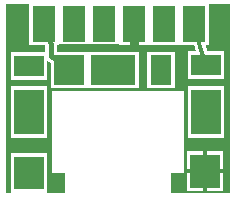
<source format=gtl>
G04*
G04 Format:               Gerber RS-274X*
G04 Export Settings:      OSH Park*
G04 Layer:                TopCopper*
G04 This File Name:       multiout.gtl*
G04 Source File Name:     multiout.rrb*
G04 Unique ID:            f070ccaf-7153-4cd8-b911-aa9a0e54cd1d*
G04 Generated Date:       Monday, 19 February 2018 14:41:45*
G04*
G04 Created Using:        Robot Room Copper Connection v3.0.5875*
G04 Software Contact:     http://www.robotroom.com/CopperConnection/Support.aspx*
G04 License Number:       1880*
G04*
G04 Zero Suppression:     Leading*
G04 Number Precision:     2.4*
G04*
%FSLAX24Y24*%
%MOIN*%
%LNTopCopper*%
%ADD10C,.0118*%
%ADD11C,.015*%
%ADD12C,.0295*%
%ADD13C,.03*%
%ADD14C,.0354*%
%ADD15C,.0386*%
%ADD16C,.0531*%
%ADD17R,.007X.007*%
%ADD18R,.0118X.0118*%
%ADD19R,.0709X.0984*%
%ADD20R,.075X.1213*%
%ADD21R,.0907X.137*%
%ADD22R,.0945X.122*%
%ADD23R,.0984X.0709*%
%ADD24R,.0984X.0984*%
%ADD25R,.0984X.1102*%
%ADD26R,.0984X.1496*%
%ADD27R,.0986X.1449*%
%ADD28R,.122X.0945*%
%ADD29R,.122X.122*%
%ADD30R,.122X.1339*%
%ADD31R,.122X.1732*%
%ADD32R,.1496X.0984*%
%ADD33R,.1732X.122*%
G36*
G01X0Y6299D02*
X7480D01*
Y0D01*
X5512D01*
Y687D01*
X5939D01*
Y3425D01*
X1545D01*
Y687D01*
X1969D01*
Y0D01*
X0D01*
Y6299D01*
G37*
%LPC*%
G36*
X787Y6299D02*
X6742D01*
Y4970D01*
X787D01*
Y6299D01*
G37*
D14*
X6264Y5652D02*
X6496Y4873D01*
X6693Y4291D01*
D15*
X2116Y4093D02*
X1526Y4577D01*
Y4970D01*
X1264Y5652D01*
D16*
X1047Y4232D03*
X5167Y4134D03*
X787Y689D03*
D22*
X5177Y4095D03*
D27*
X5264Y5652D03*
X6264D03*
D21*
X3264Y5652D03*
D27*
X4264Y5652D03*
X1264D03*
D21*
X2264Y5652D03*
D28*
X6693Y4291D03*
X787Y4241D03*
D29*
X2116Y4093D03*
D30*
X787Y689D03*
D18*
X6093Y856D02*
Y1348D01*
X6526D01*
X6762D02*
X7195D01*
Y856D01*
Y620D02*
Y128D01*
X6762D01*
X6526D02*
X6093D01*
Y620D01*
D31*
X6693Y2707D03*
X787D03*
D33*
X3593Y4095D03*
%LPD*%
D10*
X6264Y5652D02*
X6496Y4873D01*
X6693Y4291D01*
D11*
X2116Y4093D02*
X1526Y4577D01*
Y4970D01*
X1264Y5652D01*
D12*
X1047Y4232D03*
X5167Y4134D03*
X787Y689D03*
X6644Y738D03*
X5865Y3740D03*
X7136Y5807D03*
Y5315D03*
X394Y5807D03*
X4264Y5906D03*
Y5413D03*
D13*
X4264Y5413D02*
Y4890D01*
D19*
X5177Y4095D03*
D20*
X5264Y5652D03*
X6264D03*
X3264D03*
X4264D03*
X1264D03*
X2264D03*
D23*
X6693Y4291D03*
X787Y4241D03*
D24*
X2116Y4093D03*
D25*
X787Y689D03*
X6644Y738D03*
D26*
X6693Y2707D03*
X787D03*
D32*
X3593Y4095D03*
M02*

</source>
